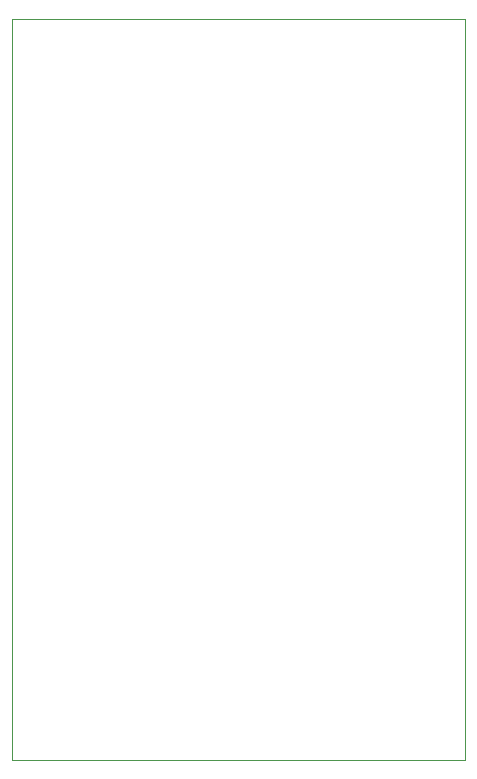
<source format=gbr>
%TF.GenerationSoftware,KiCad,Pcbnew,(6.0.6-0)*%
%TF.CreationDate,2025-03-25T10:56:26+01:00*%
%TF.ProjectId,5outputs,356f7574-7075-4747-932e-6b696361645f,rev?*%
%TF.SameCoordinates,Original*%
%TF.FileFunction,Profile,NP*%
%FSLAX46Y46*%
G04 Gerber Fmt 4.6, Leading zero omitted, Abs format (unit mm)*
G04 Created by KiCad (PCBNEW (6.0.6-0)) date 2025-03-25 10:56:26*
%MOMM*%
%LPD*%
G01*
G04 APERTURE LIST*
%TA.AperFunction,Profile*%
%ADD10C,0.100000*%
%TD*%
G04 APERTURE END LIST*
D10*
X193769000Y-30235000D02*
X232156000Y-30235000D01*
X232156000Y-30235000D02*
X232156000Y-92964000D01*
X232156000Y-92964000D02*
X193769000Y-92964000D01*
X193769000Y-92964000D02*
X193769000Y-30235000D01*
M02*

</source>
